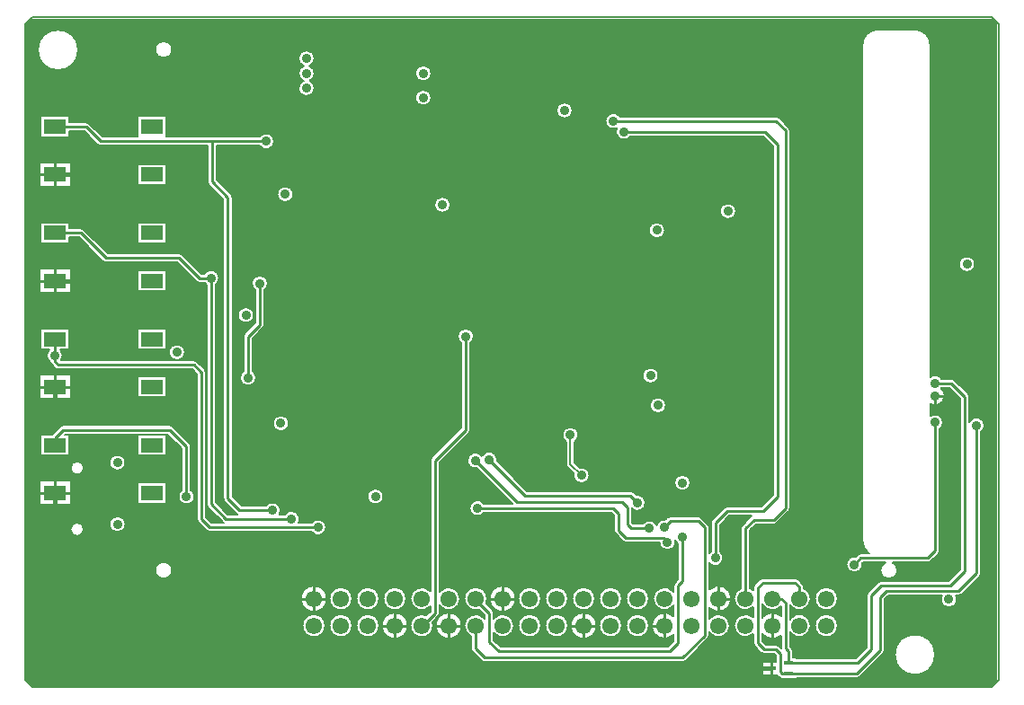
<source format=gbr>
G04 DesignSpark PCB PRO Gerber Version 10.0 Build 5299*
G04 #@! TF.Part,Single*
G04 #@! TF.FileFunction,Copper,L1,Top*
G04 #@! TF.FilePolarity,Positive*
%FSLAX35Y35*%
%MOIN*%
%ADD108C,0.00787*%
%ADD111C,0.00984*%
%ADD113C,0.01500*%
G04 #@! TA.AperFunction,ViaPad*
%ADD112C,0.03543*%
G04 #@! TA.AperFunction,ComponentPad*
%ADD114C,0.06102*%
G04 #@! TA.AperFunction,SMDPad,CuDef*
%ADD116R,0.03543X0.01575*%
%ADD115R,0.08268X0.05512*%
G04 #@! TD.AperFunction*
X0Y0D02*
D02*
D108*
X9687Y251993D02*
Y8637D01*
X12286Y6038D01*
X367847D01*
X370446Y8637D01*
Y251993D01*
X367847Y254593D01*
X12286D01*
X9687Y251993D01*
X14279Y242520D02*
G75*
G02*
X29240I7480J0D01*
G01*
G75*
G02*
X14279I-7480J0D01*
G01*
X14772Y82677D02*
X26583D01*
Y73622D01*
X14772D01*
Y82677D01*
X26398Y64606D02*
G75*
G02*
X31319I2461J0D01*
G01*
G75*
G02*
X26398I-2461J0D01*
G01*
X14772Y122047D02*
X26583D01*
Y112992D01*
X14772D01*
Y122047D01*
X71071Y79205D02*
G75*
G02*
X72350Y76772I-1673J-2433D01*
G01*
G75*
G02*
X66445I-2953J0D01*
G01*
G75*
G02*
X67724Y79205I2953J0D01*
G01*
Y94583D01*
X62406Y99902D01*
X24421D01*
X24323Y99803D01*
X25992D01*
Y91929D01*
X15362D01*
Y99803D01*
X19591D01*
X22543Y102756D01*
G75*
G02*
X23728Y103248I1185J-1181D01*
G01*
X63098D01*
G75*
G02*
X64283Y102756I0J-1673D01*
G01*
X70579Y96461D01*
G75*
G02*
X71071Y95276I-1181J-1185D01*
G01*
Y79205D01*
X26398Y87362D02*
G75*
G02*
X31319I2461J0D01*
G01*
G75*
G02*
X26398I-2461J0D01*
G01*
X40854Y66535D02*
G75*
G02*
X46760I2953J0D01*
G01*
G75*
G02*
X40854I-2953J0D01*
G01*
Y89370D02*
G75*
G02*
X46760I2953J0D01*
G01*
G75*
G02*
X40854I-2953J0D01*
G01*
X51189Y82087D02*
X61819D01*
Y74213D01*
X51189D01*
Y82087D01*
X57783Y49409D02*
G75*
G02*
X64082I3150J0D01*
G01*
G75*
G02*
X57783I-3150J0D01*
G01*
X51189Y99803D02*
X61819D01*
Y91929D01*
X51189D01*
Y99803D01*
X14772Y161417D02*
X26583D01*
Y152362D01*
X14772D01*
Y161417D01*
X115783Y67028D02*
G75*
G02*
X121169Y65355I2433J-1673D01*
G01*
G75*
G02*
X115783Y63681I-2953J0D01*
G01*
X78059D01*
G75*
G02*
X76874Y64174I0J1673D01*
G01*
X73728Y67319D01*
G75*
G02*
X73236Y68504I1181J1185D01*
G01*
Y122142D01*
X71461Y123917D01*
X21858D01*
G75*
G02*
X20673Y124409I0J1673D01*
G01*
X19496Y125587D01*
G75*
G02*
X19010Y126632I1181J1185D01*
G01*
G75*
G02*
X18571Y131299I1569J2502D01*
G01*
X15362D01*
Y139173D01*
X25992D01*
Y131299D01*
X22586D01*
G75*
G02*
X22864Y127264I-2007J-2165D01*
G01*
X72150D01*
G75*
G02*
X73337Y126774I3J-1673D01*
G01*
X76093Y124018D01*
G75*
G02*
X76583Y122835I-1183J-1183D01*
G01*
G75*
G02*
Y122834I-683J0D01*
G01*
G75*
G02*
Y122831I-793J-1D01*
G01*
Y69197D01*
X78752Y67028D01*
X83177D01*
G75*
G02*
X82779Y67323I788J1476D01*
G01*
X77272Y72831D01*
G75*
G02*
X76780Y74016I1181J1185D01*
G01*
Y126410D01*
G75*
G02*
Y126421I1578J6D01*
G01*
Y126421D01*
G75*
G02*
X76823Y126800I1673J0D01*
G01*
Y155441D01*
G75*
G02*
X76063Y156201I1674J2433D01*
G01*
X74165D01*
G75*
G02*
X72980Y156693I0J1673D01*
G01*
X65992Y163681D01*
X39476D01*
G75*
G02*
X38291Y164173I0J1673D01*
G01*
X29531Y172933D01*
X25992D01*
Y170669D01*
X15362D01*
Y178543D01*
X25992D01*
Y176280D01*
X30224D01*
G75*
G02*
X31409Y175787I0J-1673D01*
G01*
X40169Y167028D01*
X66685D01*
G75*
G02*
X67870Y166535I0J-1673D01*
G01*
X74858Y159547D01*
X76063D01*
G75*
G02*
X81449Y157874I2433J-1673D01*
G01*
G75*
G02*
X80169Y155441I-2953J0D01*
G01*
Y126476D01*
G75*
G02*
Y126465I-1578J-5D01*
G01*
Y126465D01*
G75*
G02*
X80126Y126086I-1673J0D01*
G01*
Y74709D01*
X84657Y70178D01*
X88294D01*
G75*
G02*
X87898Y70472I789J1476D01*
G01*
X83571Y74799D01*
G75*
G02*
X83079Y75984I1181J1185D01*
G01*
Y187102D01*
X77665Y192516D01*
G75*
G02*
X77173Y193701I1181J1185D01*
G01*
Y206988D01*
X37508D01*
G75*
G02*
X36323Y207480I0J1673D01*
G01*
X31500Y212303D01*
X25992D01*
Y210039D01*
X15362D01*
Y217913D01*
X25992D01*
Y215650D01*
X32193D01*
G75*
G02*
X33378Y215157I0J-1673D01*
G01*
X38201Y210335D01*
X51189D01*
Y217913D01*
X61819D01*
Y210335D01*
X96535D01*
G75*
G02*
X101921Y208661I2433J-1673D01*
G01*
G75*
G02*
X96535Y206988I-2953J0D01*
G01*
X80520D01*
Y194394D01*
X85933Y188980D01*
G75*
G02*
X86425Y187795I-1181J-1185D01*
G01*
Y76677D01*
X89776Y73327D01*
X98854Y73327D01*
G75*
G02*
X103844Y70178I2433J-1673D01*
G01*
X105941D01*
G75*
G02*
X110931Y67028I2433J-1673D01*
G01*
X115783D01*
X51189Y139173D02*
X61819D01*
Y131299D01*
X51189D01*
Y139173D01*
Y160827D02*
X61819D01*
Y152953D01*
X51189D01*
Y160827D01*
X62902Y130315D02*
G75*
G02*
X68807I2953J0D01*
G01*
G75*
G02*
X62902I-2953J0D01*
G01*
X51189Y178543D02*
X61819D01*
Y170669D01*
X51189D01*
Y178543D01*
Y200197D02*
X61819D01*
Y192323D01*
X51189D01*
Y200197D01*
X101441Y103937D02*
G75*
G02*
X107346I2953J0D01*
G01*
G75*
G02*
X101441I-2953J0D01*
G01*
X88492Y144094D02*
G75*
G02*
X94398I2953J0D01*
G01*
G75*
G02*
X88492I-2953J0D01*
G01*
X93610Y155906D02*
G75*
G02*
X99516I2953J0D01*
G01*
G75*
G02*
X98236Y153472I-2953J0D01*
G01*
Y140551D01*
G75*
G02*
X97744Y139366I-1673J0D01*
G01*
X93906Y135528D01*
Y123299D01*
G75*
G02*
X95185Y120866I-1673J-2433D01*
G01*
G75*
G02*
X89280I-2953J0D01*
G01*
G75*
G02*
X90559Y123299I2953J0D01*
G01*
Y136220D01*
G75*
G02*
X91051Y137406I1673J0D01*
G01*
X94890Y141244D01*
Y153472D01*
G75*
G02*
X93610Y155906I1673J2433D01*
G01*
X111795Y38859D02*
G75*
G02*
X121441I4823J0D01*
G01*
G75*
G02*
X111795I-4823J0D01*
G01*
X112385Y28859D02*
G75*
G02*
X120850I4232J0D01*
G01*
G75*
G02*
X112385I-4232J0D01*
G01*
X51189Y121457D02*
X61819D01*
Y113583D01*
X51189D01*
Y121457D01*
X14772Y200787D02*
X26583D01*
Y191732D01*
X14772D01*
Y200787D01*
X57783Y242717D02*
G75*
G02*
X64083I3150J0D01*
G01*
G75*
G02*
X57783I-3150J0D01*
G01*
X103059Y188976D02*
G75*
G02*
X108965I2953J0D01*
G01*
G75*
G02*
X103059I-2953J0D01*
G01*
X110933Y239370D02*
G75*
G02*
X116838I2953J0D01*
G01*
G75*
G02*
X114946Y236615I-2953J0D01*
G01*
G75*
G02*
Y231103I-1060J-2756D01*
G01*
G75*
G02*
X116838Y228347I-1060J-2756D01*
G01*
G75*
G02*
X110933I-2953J0D01*
G01*
G75*
G02*
X112825Y231103I2953J0D01*
G01*
G75*
G02*
Y236615I1060J2756D01*
G01*
G75*
G02*
X110933Y239370I1060J2756D01*
G01*
X122385Y28859D02*
G75*
G02*
X130850I4232J0D01*
G01*
G75*
G02*
X122385I-4232J0D01*
G01*
Y38859D02*
G75*
G02*
X130850I4232J0D01*
G01*
G75*
G02*
X122385I-4232J0D01*
G01*
X132385Y28859D02*
G75*
G02*
X140850I4232J0D01*
G01*
G75*
G02*
X132385I-4232J0D01*
G01*
Y38859D02*
G75*
G02*
X140850I4232J0D01*
G01*
G75*
G02*
X132385I-4232J0D01*
G01*
X136523Y76772D02*
G75*
G02*
X142429I2953J0D01*
G01*
G75*
G02*
X136523I-2953J0D01*
G01*
X141795Y28859D02*
G75*
G02*
X151441I4823J0D01*
G01*
G75*
G02*
X141795I-4823J0D01*
G01*
X142385Y38859D02*
G75*
G02*
X150850I4232J0D01*
G01*
G75*
G02*
X142385I-4232J0D01*
G01*
X169988Y136221D02*
G75*
G02*
X175893I2953J0D01*
G01*
G75*
G02*
X174614Y133788I-2953J0D01*
G01*
Y101575D01*
G75*
G02*
X174122Y100390I-1673J0D01*
G01*
X163196Y89465D01*
Y41350D01*
G75*
G02*
X170850Y38859I3421J-2491D01*
G01*
G75*
G02*
X163196Y36367I-4232J0D01*
G01*
Y33465D01*
G75*
G02*
X162704Y32280I-1673J0D01*
G01*
X160630Y30206D01*
G75*
G02*
X160850Y28859I-4013J-1347D01*
G01*
G75*
G02*
X152385I-4232J0D01*
G01*
G75*
G02*
X158393Y32701I4232J0D01*
G01*
X159850Y34158D01*
Y36126D01*
G75*
G02*
X152385Y38859I-3232J2732D01*
G01*
G75*
G02*
X159850Y41591I4232J0D01*
G01*
Y90158D01*
G75*
G02*
X160342Y91343I1673J0D01*
G01*
X171267Y102268D01*
Y133788D01*
G75*
G02*
X169988Y136221I1673J2433D01*
G01*
X359654Y104437D02*
G75*
G02*
X365264Y103150I2657J-1287D01*
G01*
G75*
G02*
X363984Y100717I-2953J0D01*
G01*
Y48426D01*
G75*
G02*
X363492Y47241I-1673J0D01*
G01*
X356803Y40552D01*
G75*
G02*
X355618Y40059I-1185J1181D01*
G01*
X354632D01*
G75*
G02*
X355028Y38583I-2557J-1476D01*
G01*
G75*
G02*
X349122I-2953J0D01*
G01*
G75*
G02*
X349518Y40059I2953J0D01*
G01*
X329539D01*
X328157Y38678D01*
Y19685D01*
G75*
G02*
X327665Y18500I-1673J0D01*
G01*
X319007Y9843D01*
G75*
G02*
X317822Y9351I-1185J1181D01*
G01*
X295579D01*
Y9055D01*
X289673D01*
Y9458D01*
G75*
G02*
X289078Y9843I591J1566D01*
G01*
X288488Y10433D01*
X282783D01*
Y15551D01*
X287803D01*
Y17811D01*
X287208Y18406D01*
X283570D01*
G75*
G02*
X282385Y18898I0J1673D01*
G01*
X280027Y21256D01*
G75*
G02*
X279535Y22441I1181J1185D01*
G01*
Y25793D01*
G75*
G02*
X272385Y28859I-2917J3066D01*
G01*
G75*
G02*
X279535Y31925I4232J0D01*
G01*
Y35793D01*
G75*
G02*
X272385Y38859I-2917J3066D01*
G01*
G75*
G02*
X274944Y42746I4232J0D01*
G01*
Y64961D01*
G75*
G02*
X275437Y66146I1673J0D01*
G01*
X278582Y69292D01*
G75*
G02*
X278980Y69587I1185J-1181D01*
G01*
X270484D01*
X267133Y66237D01*
Y56370D01*
G75*
G02*
X268413Y53937I-1673J-2433D01*
G01*
G75*
G02*
X263196Y52042I-2953J0D01*
G01*
Y42258D01*
G75*
G02*
X271441Y38859I3421J-3399D01*
G01*
G75*
G02*
X263196Y35459I-4823J0D01*
G01*
Y31350D01*
G75*
G02*
X270850Y28859I3421J-2491D01*
G01*
G75*
G02*
X263196Y26367I-4232J0D01*
G01*
Y25197D01*
G75*
G02*
X262704Y24012I-1673J0D01*
G01*
X254441Y15748D01*
G75*
G02*
X253256Y15256I-1185J1181D01*
G01*
X180027D01*
G75*
G02*
X178842Y15748I0J1673D01*
G01*
X175303Y19288D01*
G75*
G02*
X174811Y20473I1181J1185D01*
G01*
Y25031D01*
G75*
G02*
X172385Y28859I1807J3827D01*
G01*
G75*
G02*
X179929Y31495I4232J0D01*
G01*
Y32788D01*
X177893Y34823D01*
G75*
G02*
X172385Y38859I-1276J4035D01*
G01*
G75*
G02*
X180850I4232J0D01*
G01*
G75*
G02*
X180430Y37019I-4233J0D01*
G01*
X182783Y34666D01*
G75*
G02*
X183275Y33481I-1181J-1185D01*
G01*
Y31455D01*
G75*
G02*
X190850Y28859I3343J-2596D01*
G01*
G75*
G02*
X183275Y26263I-4232J0D01*
G01*
Y23528D01*
X185838Y20965D01*
X247838D01*
X250007Y23134D01*
Y25428D01*
G75*
G02*
X241795Y28859I-3390J3431D01*
G01*
G75*
G02*
X250007Y32289I4823J0D01*
G01*
Y36324D01*
G75*
G02*
X242385Y38859I-3390J2534D01*
G01*
G75*
G02*
X250007Y41393I4232J0D01*
G01*
Y43701D01*
G75*
G02*
X250500Y44886I1673J0D01*
G01*
X251583Y45969D01*
Y59378D01*
G75*
G02*
X250632Y60458I1674J2433D01*
G01*
G75*
G02*
X250696Y59843I-2889J-614D01*
G01*
G75*
G02*
X244793Y59744I-2953J0D01*
G01*
X232393D01*
G75*
G02*
X231206Y60235I-3J1673D01*
G01*
X228450Y62991D01*
G75*
G02*
X227960Y64174I1183J1183D01*
G01*
G75*
G02*
Y64177I793J2D01*
G01*
Y69780D01*
X226972Y70768D01*
X179704D01*
G75*
G02*
X174319Y72441I-2433J1673D01*
G01*
G75*
G02*
X179704Y74115I2953J0D01*
G01*
X190161D01*
X177021Y87254D01*
G75*
G02*
X173531Y90158I-537J2904D01*
G01*
G75*
G02*
X178931Y91810I2953J0D01*
G01*
G75*
G02*
X184555Y90551I2671J-1259D01*
G01*
G75*
G02*
X184506Y90014I-2954J0D01*
G01*
X195681Y78839D01*
X233961D01*
G75*
G02*
X235147Y78348I3J-1673D01*
G01*
X236168Y77328D01*
G75*
G02*
X239570Y74410I450J-2918D01*
G01*
G75*
G02*
X234456Y72398I-2953J0D01*
G01*
Y67229D01*
X235051Y66634D01*
X238618D01*
G75*
G02*
X243733Y66196I2433J-1673D01*
G01*
G75*
G02*
X247100Y68258I2830J-842D01*
G01*
X247740Y68898D01*
G75*
G02*
X248925Y69390I1185J-1181D01*
G01*
X259161D01*
G75*
G02*
X260346Y68898I0J-1673D01*
G01*
X262704Y66540D01*
G75*
G02*
X263196Y65355I-1181J-1185D01*
G01*
Y55833D01*
G75*
G02*
X263787Y56370I2265J-1896D01*
G01*
Y66930D01*
G75*
G02*
X264279Y68115I1673J0D01*
G01*
X268606Y72441D01*
G75*
G02*
X269791Y72933I1185J-1181D01*
G01*
X282484D01*
X287015Y77465D01*
Y206788D01*
X283272Y210531D01*
X234035D01*
G75*
G02*
X228937Y213477I-2433J1673D01*
G01*
G75*
G02*
X224712Y216142I-1272J2665D01*
G01*
G75*
G02*
X230098Y217815I2953J0D01*
G01*
X287902D01*
G75*
G02*
X289087Y217323I0J-1673D01*
G01*
X292626Y213784D01*
G75*
G02*
X293118Y212599I-1181J-1185D01*
G01*
Y72441D01*
G75*
G02*
X292626Y71256I-1673J0D01*
G01*
X288299Y66930D01*
G75*
G02*
X287114Y66437I-1185J1181D01*
G01*
X280460D01*
X278291Y64268D01*
Y42746D01*
G75*
G02*
X279535Y41925I-1673J-3887D01*
G01*
Y42914D01*
G75*
G02*
X280027Y44099I1673J0D01*
G01*
X281992Y46063D01*
G75*
G02*
X283177Y46556I1185J-1181D01*
G01*
X294984D01*
G75*
G02*
X296171Y46065I3J-1673D01*
G01*
X297746Y44491D01*
G75*
G02*
X298236Y43307I-1183J-1183D01*
G01*
G75*
G02*
Y43304I-793J-2D01*
G01*
Y42769D01*
G75*
G02*
X300850Y38859I-1618J-3911D01*
G01*
G75*
G02*
X293118Y36479I-4232J0D01*
G01*
Y31238D01*
G75*
G02*
X300850Y28859I3500J-2380D01*
G01*
G75*
G02*
X293118Y26479I-4232J0D01*
G01*
Y21166D01*
X293807Y20477D01*
G75*
G02*
X294299Y19292I-1181J-1185D01*
G01*
Y16929D01*
X295579D01*
Y16634D01*
X317523D01*
X321661Y20772D01*
Y40158D01*
G75*
G02*
X322153Y41343I1673J0D01*
G01*
X325693Y44882D01*
G75*
G02*
X326878Y45374I1185J-1181D01*
G01*
X351776D01*
X356307Y49906D01*
Y113087D01*
X352169Y117224D01*
X349390D01*
G75*
G02*
X349169Y116941I-2434J1674D01*
G01*
G75*
G02*
X345120Y111143I-2212J-2768D01*
G01*
Y106643D01*
G75*
G02*
X349909Y104331I1837J-2312D01*
G01*
G75*
G02*
X348630Y101898I-2953J0D01*
G01*
Y56696D01*
G75*
G02*
Y56694I-793J-1D01*
G01*
G75*
G02*
Y56693I-683J0D01*
G01*
G75*
G02*
X348140Y55510I-1673J0D01*
G01*
X345384Y52754D01*
G75*
G02*
X344197Y52264I-1183J1183D01*
G01*
X331162D01*
G75*
G02*
X332980Y49409I-1331J-2854D01*
G01*
G75*
G02*
X326681I-3150J0D01*
G01*
G75*
G02*
X328499Y52264I3150J0D01*
G01*
X320091D01*
X319939Y52112D01*
G75*
G02*
X319988Y51575I-2903J-537D01*
G01*
G75*
G02*
X314082I-2953J0D01*
G01*
G75*
G02*
X317573Y54479I2953J0D01*
G01*
X318215Y55120D01*
G75*
G02*
X319399Y55610I1183J-1183D01*
G01*
X322464D01*
G75*
G02*
X320053Y60236I3233J4626D01*
G01*
Y244488D01*
G75*
G02*
X325697Y250132I5644J0D01*
G01*
X339476D01*
G75*
G02*
X345120Y244488I0J-5644D01*
G01*
Y121210D01*
G75*
G02*
X349390Y120571I1837J-2312D01*
G01*
X352862D01*
G75*
G02*
X354047Y120079I0J-1673D01*
G01*
X359161Y114965D01*
G75*
G02*
X359654Y113780I-1181J-1185D01*
G01*
Y104437D01*
X232385Y28859D02*
G75*
G02*
X240850I4232J0D01*
G01*
G75*
G02*
X232385I-4232J0D01*
G01*
Y38859D02*
G75*
G02*
X240850I4232J0D01*
G01*
G75*
G02*
X232385I-4232J0D01*
G01*
X181795D02*
G75*
G02*
X191441I4823J0D01*
G01*
G75*
G02*
X181795I-4823J0D01*
G01*
X192385Y28859D02*
G75*
G02*
X200850I4232J0D01*
G01*
G75*
G02*
X192385I-4232J0D01*
G01*
Y38859D02*
G75*
G02*
X200850I4232J0D01*
G01*
G75*
G02*
X192385I-4232J0D01*
G01*
X202385Y28859D02*
G75*
G02*
X210850I4232J0D01*
G01*
G75*
G02*
X202385I-4232J0D01*
G01*
Y38859D02*
G75*
G02*
X210850I4232J0D01*
G01*
G75*
G02*
X202385I-4232J0D01*
G01*
X211795Y28859D02*
G75*
G02*
X221441I4823J0D01*
G01*
G75*
G02*
X211795I-4823J0D01*
G01*
X212385Y38859D02*
G75*
G02*
X220850I4232J0D01*
G01*
G75*
G02*
X212385I-4232J0D01*
G01*
X222385Y28859D02*
G75*
G02*
X230850I4232J0D01*
G01*
G75*
G02*
X222385I-4232J0D01*
G01*
Y38859D02*
G75*
G02*
X230850I4232J0D01*
G01*
G75*
G02*
X222385I-4232J0D01*
G01*
X238492Y121654D02*
G75*
G02*
X244398I2953J0D01*
G01*
G75*
G02*
X238492I-2953J0D01*
G01*
X241248Y110630D02*
G75*
G02*
X247154I2953J0D01*
G01*
G75*
G02*
X241248I-2953J0D01*
G01*
X240854Y175591D02*
G75*
G02*
X246760I2953J0D01*
G01*
G75*
G02*
X240854I-2953J0D01*
G01*
X250303Y81890D02*
G75*
G02*
X256209I2953J0D01*
G01*
G75*
G02*
X250303I-2953J0D01*
G01*
X267232Y182678D02*
G75*
G02*
X273138I2953J0D01*
G01*
G75*
G02*
X267232I-2953J0D01*
G01*
X331996Y18110D02*
G75*
G02*
X346957I7480J0D01*
G01*
G75*
G02*
X331996I-7480J0D01*
G01*
X161795Y28859D02*
G75*
G02*
X171441I4823J0D01*
G01*
G75*
G02*
X161795I-4823J0D01*
G01*
X154240Y224803D02*
G75*
G02*
X160146I2953J0D01*
G01*
G75*
G02*
X154240I-2953J0D01*
G01*
Y233858D02*
G75*
G02*
X160146I2953J0D01*
G01*
G75*
G02*
X154240I-2953J0D01*
G01*
X161327Y185039D02*
G75*
G02*
X167232I2953J0D01*
G01*
G75*
G02*
X161327I-2953J0D01*
G01*
X206602Y220079D02*
G75*
G02*
X212508I2953J0D01*
G01*
G75*
G02*
X206602I-2953J0D01*
G01*
X215201Y87526D02*
G75*
G02*
X218807Y84646I653J-2880D01*
G01*
G75*
G02*
X212901I-2953J0D01*
G01*
G75*
G02*
X212974Y85299I2953J1D01*
G01*
X210607Y87666D01*
G75*
G02*
X210146Y88780I1113J1114D01*
G01*
Y97109D01*
G75*
G02*
X208768Y99607I1575J2498D01*
G01*
G75*
G02*
X214673I2953J0D01*
G01*
G75*
G02*
X213295Y97109I-2953J0D01*
G01*
Y89432D01*
X215201Y87526D01*
X302385Y28859D02*
G75*
G02*
X310850I4232J0D01*
G01*
G75*
G02*
X302385I-4232J0D01*
G01*
Y38859D02*
G75*
G02*
X310850I4232J0D01*
G01*
G75*
G02*
X302385I-4232J0D01*
G01*
X355815Y162992D02*
G75*
G02*
X361720I2953J0D01*
G01*
G75*
G02*
X355815I-2953J0D01*
G01*
X10080Y18110D02*
G36*
X10080Y18110D02*
Y8244D01*
X11893Y6431D01*
X368241D01*
X370053Y8244D01*
Y18110D01*
X346957D01*
G75*
G02*
X331996I-7480J0D01*
G01*
X327275D01*
X319007Y9843D01*
G75*
G02*
X317822Y9351I-1185J1180D01*
G01*
X295579D01*
Y9055D01*
X289673D01*
Y9458D01*
G75*
G02*
X289078Y9843I593J1569D01*
G01*
X288488Y10433D01*
X282783D01*
Y15551D01*
X287803D01*
Y17811D01*
X287504Y18110D01*
X256802D01*
X254441Y15748D01*
G75*
G02*
X253256Y15256I-1185J1180D01*
G01*
X180027D01*
G75*
G02*
X178842Y15748I0J1672D01*
G01*
X176480Y18110D01*
X10080D01*
G37*
X294299D02*
G36*
X294299Y18110D02*
Y16929D01*
X295579D01*
Y16634D01*
X317523D01*
X318999Y18110D01*
X294299D01*
G37*
X10080Y28859D02*
G36*
X10080Y28859D02*
Y18110D01*
X176480D01*
X175303Y19288D01*
G75*
G02*
X174811Y20473I1181J1185D01*
G01*
Y25031D01*
G75*
G02*
X172385Y28859I1808J3828D01*
G01*
X171441D01*
G75*
G02*
X161795I-4823J0D01*
G01*
X160850D01*
G75*
G02*
X152385I-4232J0D01*
G01*
X151441D01*
G75*
G02*
X141795I-4823J0D01*
G01*
X140850D01*
G75*
G02*
X132385I-4232J0D01*
G01*
X130850D01*
G75*
G02*
X122385I-4232J0D01*
G01*
X120850D01*
G75*
G02*
X112385I-4232J0D01*
G01*
X10080D01*
G37*
X183275Y26263D02*
G36*
X183275Y26263D02*
Y23528D01*
X185838Y20965D01*
X247838D01*
X250007Y23134D01*
Y25428D01*
G75*
G02*
X241795Y28859I-3390J3431D01*
G01*
X240850D01*
G75*
G02*
X232385I-4232J0D01*
G01*
X230850D01*
G75*
G02*
X222385I-4232J0D01*
G01*
X221441D01*
G75*
G02*
X211795I-4823J0D01*
G01*
X210850D01*
G75*
G02*
X202385I-4232J0D01*
G01*
X200850D01*
G75*
G02*
X192385I-4232J0D01*
G01*
X190850D01*
G75*
G02*
X183275Y26263I-4232J0D01*
G01*
G37*
X262704Y24012D02*
G36*
X262704Y24012D02*
X256802Y18110D01*
X287504D01*
X287208Y18406D01*
X283570D01*
G75*
G02*
X282385Y18898I0J1672D01*
G01*
X280027Y21256D01*
G75*
G02*
X279535Y22441I1181J1185D01*
G01*
Y25793D01*
G75*
G02*
X272385Y28859I-2917J3066D01*
G01*
X270850D01*
G75*
G02*
X263196Y26367I-4232J0D01*
G01*
Y25197D01*
G75*
G02*
X262704Y24012I-1673J0D01*
G01*
G37*
X293118Y26479D02*
G36*
X293118Y26479D02*
Y21166D01*
X293807Y20477D01*
G75*
G02*
X294299Y19292I-1181J-1185D01*
G01*
Y18110D01*
X318999D01*
X321661Y20772D01*
Y28859D01*
X310850D01*
G75*
G02*
X302385I-4232J0D01*
G01*
X300850D01*
G75*
G02*
X293118Y26479I-4232J0D01*
G01*
G37*
X327665Y18500D02*
G36*
X327665Y18500D02*
X327275Y18110D01*
X331996D01*
G75*
G02*
X346957I7480J0D01*
G01*
X370053D01*
Y28859D01*
X328157D01*
Y19685D01*
G75*
G02*
X327665Y18500I-1673J0D01*
G01*
G37*
X10080Y38859D02*
G36*
X10080Y38859D02*
Y28859D01*
X112385D01*
G75*
G02*
X120850I4232J0D01*
G01*
X122385D01*
G75*
G02*
X130850I4232J0D01*
G01*
X132385D01*
G75*
G02*
X140850I4232J0D01*
G01*
X141795D01*
G75*
G02*
X151441I4823J0D01*
G01*
X152385D01*
G75*
G02*
X158393Y32701I4232J0D01*
G01*
X159850Y34158D01*
Y36126D01*
G75*
G02*
X152385Y38859I-3232J2732D01*
G01*
X150850D01*
G75*
G02*
X142385I-4232J0D01*
G01*
X140850D01*
G75*
G02*
X132385I-4232J0D01*
G01*
X130850D01*
G75*
G02*
X122385I-4232J0D01*
G01*
X121441D01*
G75*
G02*
X111795I-4823J0D01*
G01*
X10080D01*
G37*
X160630Y30206D02*
G36*
X160630Y30206D02*
G75*
G02*
X160850Y28859I-4022J-1348D01*
G01*
X161795D01*
G75*
G02*
X171441I4823J0D01*
G01*
X172385D01*
G75*
G02*
X179929Y31495I4232J0D01*
G01*
Y32788D01*
X177893Y34823D01*
G75*
G02*
X172385Y38859I-1275J4036D01*
G01*
X170850D01*
G75*
G02*
X163196Y36367I-4232J0D01*
G01*
Y33465D01*
G75*
G02*
X162704Y32280I-1673J0D01*
G01*
X160630Y30206D01*
G37*
X180850Y38857D02*
G36*
X180850Y38857D02*
G75*
G02*
X180430Y37019I-4228J0D01*
G01*
X182783Y34666D01*
G75*
G02*
X183275Y33481I-1181J-1185D01*
G01*
Y31455D01*
G75*
G02*
X190850Y28859I3343J-2596D01*
G01*
X192385D01*
G75*
G02*
X200850I4232J0D01*
G01*
X202385D01*
G75*
G02*
X210850I4232J0D01*
G01*
X211795D01*
G75*
G02*
X221441I4823J0D01*
G01*
X222385D01*
G75*
G02*
X230850I4232J0D01*
G01*
X232385D01*
G75*
G02*
X240850I4232J0D01*
G01*
X241795D01*
G75*
G02*
X250007Y32289I4823J0D01*
G01*
Y36324D01*
G75*
G02*
X242385Y38859I-3390J2534D01*
G01*
X240850D01*
G75*
G02*
X232385I-4232J0D01*
G01*
X230850D01*
G75*
G02*
X222385I-4232J0D01*
G01*
X220850D01*
G75*
G02*
X212385I-4232J0D01*
G01*
X210850D01*
G75*
G02*
X202385I-4232J0D01*
G01*
X200850D01*
G75*
G02*
X192385I-4232J0D01*
G01*
X191441D01*
G75*
G02*
X181795I-4823J0D01*
G01*
X180850D01*
G75*
G02*
Y38857I-4511J0D01*
G01*
G37*
X263196Y35459D02*
G36*
X263196Y35459D02*
Y31350D01*
G75*
G02*
X270850Y28859I3421J-2491D01*
G01*
X272385D01*
G75*
G02*
X279535Y31925I4232J0D01*
G01*
Y35793D01*
G75*
G02*
X272385Y38859I-2917J3066D01*
G01*
X271441D01*
G75*
G02*
X263196Y35459I-4823J0D01*
G01*
G37*
X293118Y36479D02*
G36*
X293118Y36479D02*
Y31238D01*
G75*
G02*
X300850Y28859I3500J-2380D01*
G01*
X302385D01*
G75*
G02*
X310850I4232J0D01*
G01*
X321661D01*
Y38859D01*
X310850D01*
G75*
G02*
X302385I-4232J0D01*
G01*
X300850D01*
G75*
G02*
X293118Y36479I-4232J0D01*
G01*
G37*
X328157Y38678D02*
G36*
X328157Y38678D02*
Y28859D01*
X370053D01*
Y38859D01*
X355015D01*
G75*
G02*
X355028Y38583I-2944J-277D01*
G01*
G75*
G02*
X349122I-2953J0D01*
G01*
G75*
G02*
X349135Y38859I2957J-1D01*
G01*
X328338D01*
X328157Y38678D01*
G37*
X10080Y49409D02*
G36*
X10080Y49409D02*
Y38859D01*
X111795D01*
G75*
G02*
X121441I4823J0D01*
G01*
X122385D01*
G75*
G02*
X130850I4232J0D01*
G01*
X132385D01*
G75*
G02*
X140850I4232J0D01*
G01*
X142385D01*
G75*
G02*
X150850I4232J0D01*
G01*
X152385D01*
G75*
G02*
X159850Y41591I4232J0D01*
G01*
Y49409D01*
X64082D01*
G75*
G02*
X57783I-3150J0D01*
G01*
X10080D01*
G37*
X163196D02*
G36*
X163196Y49409D02*
Y41350D01*
G75*
G02*
X170850Y38859I3421J-2491D01*
G01*
X172385D01*
G75*
G02*
X180850I4232J0D01*
G01*
X181795D01*
G75*
G02*
X191441I4823J0D01*
G01*
X192385D01*
G75*
G02*
X200850I4232J0D01*
G01*
X202385D01*
G75*
G02*
X210850I4232J0D01*
G01*
X212385D01*
G75*
G02*
X220850I4232J0D01*
G01*
X222385D01*
G75*
G02*
X230850I4232J0D01*
G01*
X232385D01*
G75*
G02*
X240850I4232J0D01*
G01*
X242385D01*
G75*
G02*
X250007Y41393I4232J0D01*
G01*
Y43701D01*
G75*
G02*
X250500Y44886I1673J0D01*
G01*
X251583Y45969D01*
Y49409D01*
X163196D01*
G37*
X263196D02*
G36*
X263196Y49409D02*
Y42258D01*
G75*
G02*
X271441Y38859I3421J-3399D01*
G01*
X272385D01*
G75*
G02*
X274944Y42746I4232J0D01*
G01*
Y49409D01*
X263196D01*
G37*
X278291D02*
G36*
X278291Y49409D02*
Y42746D01*
G75*
G02*
X279535Y41925I-1680J-3898D01*
G01*
Y42914D01*
G75*
G02*
X280027Y44099I1673J0D01*
G01*
X281992Y46063D01*
G75*
G02*
X283177Y46556I1185J-1180D01*
G01*
X294984D01*
G75*
G02*
X296171Y46065I3J-1674D01*
G01*
X297746Y44491D01*
G75*
G02*
X298236Y43307I-1185J-1184D01*
G01*
Y43307D01*
Y43304D01*
Y42769D01*
G75*
G02*
X300850Y38859I-1618J-3911D01*
G01*
X302385D01*
G75*
G02*
X310850I4232J0D01*
G01*
X321661D01*
Y40158D01*
G75*
G02*
X322153Y41343I1673J0D01*
G01*
X325693Y44882D01*
G75*
G02*
X326878Y45374I1185J-1180D01*
G01*
X351776D01*
X355811Y49409D01*
X332980D01*
G75*
G02*
X326681I-3150J0D01*
G01*
X319042D01*
G75*
G02*
X315028I-2007J2166D01*
G01*
X278291D01*
G37*
X329539Y40059D02*
G36*
X329539Y40059D02*
X328338Y38859D01*
X349135D01*
G75*
G02*
X349518Y40059I2944J-277D01*
G01*
X329539D01*
G37*
X354632D02*
G36*
X354632Y40059D02*
G75*
G02*
X355015Y38859I-2561J-1478D01*
G01*
X370053D01*
Y49409D01*
X363984D01*
Y48426D01*
G75*
G02*
X363492Y47241I-1673J0D01*
G01*
X356803Y40552D01*
G75*
G02*
X355618Y40059I-1185J1180D01*
G01*
X354632D01*
G37*
X10080Y64606D02*
G36*
X10080Y64606D02*
Y49409D01*
X57783D01*
G75*
G02*
X64082I3150J0D01*
G01*
X159850D01*
Y64606D01*
X121072D01*
G75*
G02*
X115783Y63681I-2856J749D01*
G01*
X78059D01*
G75*
G02*
X76874Y64174I0J1672D01*
G01*
X76441Y64606D01*
X46043D01*
G75*
G02*
X41572I-2235J1929D01*
G01*
X31319D01*
G75*
G02*
X26398I-2461J0D01*
G01*
X10080D01*
G37*
X163196D02*
G36*
X163196Y64606D02*
Y49409D01*
X251583D01*
Y59378D01*
G75*
G02*
X250632Y60458I1676J2435D01*
G01*
G75*
G02*
X250696Y59844I-2890J-614D01*
G01*
G75*
G02*
Y59843I-4101J0D01*
G01*
G75*
G02*
X244793Y59744I-2953J0D01*
G01*
X232393D01*
G75*
G02*
X231206Y60235I-3J1674D01*
G01*
X228450Y62991D01*
G75*
G02*
X227960Y64174I1185J1184D01*
G01*
Y64174D01*
Y64177D01*
Y64606D01*
X163196D01*
G37*
X263196Y52042D02*
G36*
X263196Y52042D02*
Y49409D01*
X274944D01*
Y64606D01*
X267133D01*
Y56370D01*
G75*
G02*
X268413Y53937I-1674J-2433D01*
G01*
G75*
G02*
X263196Y52042I-2953J0D01*
G01*
G37*
Y64606D02*
G36*
X263196Y64606D02*
Y55833D01*
G75*
G02*
X263787Y56370I2281J-1913D01*
G01*
Y64606D01*
X263196D01*
G37*
X278291Y64268D02*
G36*
X278291Y64268D02*
Y49409D01*
X315028D01*
G75*
G02*
X314082Y51575I2007J2166D01*
G01*
G75*
G02*
X317573Y54479I2953J0D01*
G01*
X318215Y55120D01*
G75*
G02*
X319399Y55610I1182J-1182D01*
G01*
X322464D01*
G75*
G02*
X320053Y60236I3233J4626D01*
G01*
Y64606D01*
X278629D01*
X278291Y64268D01*
G37*
X319988Y51575D02*
G36*
X319988Y51575D02*
G75*
G02*
X319042Y49409I-2953J0D01*
G01*
X326681D01*
G75*
G02*
X328499Y52264I3150J0D01*
G01*
X320091D01*
X319939Y52112D01*
G75*
G02*
X319988Y51578I-2875J-534D01*
G01*
G75*
G02*
Y51575I-2942J-1D01*
G01*
G37*
X331162Y52264D02*
G36*
X331162Y52264D02*
G75*
G02*
X332980Y49409I-1332J-2855D01*
G01*
X355811D01*
X356307Y49906D01*
Y64606D01*
X348630D01*
Y56696D01*
Y56694D01*
Y56693D01*
G75*
G02*
X348140Y55510I-1676J1D01*
G01*
X345384Y52754D01*
G75*
G02*
X344197Y52264I-1183J1184D01*
G01*
X331162D01*
G37*
X363984Y64606D02*
G36*
X363984Y64606D02*
Y49409D01*
X370053D01*
Y64606D01*
X363984D01*
G37*
X10080Y78150D02*
G36*
X10080Y78150D02*
Y64606D01*
X26398D01*
G75*
G02*
X31319I2461J0D01*
G01*
X41572D01*
G75*
G02*
X40854Y66535I2235J1929D01*
G01*
G75*
G02*
X46760I2953J0D01*
G01*
G75*
G02*
X46043Y64606I-2953J0D01*
G01*
X76441D01*
X73728Y67319D01*
G75*
G02*
X73236Y68504I1181J1185D01*
G01*
Y78150D01*
X72009D01*
G75*
G02*
X72350Y76772I-2612J-1378D01*
G01*
G75*
G02*
X66445I-2953J0D01*
G01*
G75*
G02*
X66786Y78150I2954J0D01*
G01*
X61819D01*
Y74213D01*
X51189D01*
Y78150D01*
X26583D01*
Y73622D01*
X14772D01*
Y78150D01*
X10080D01*
G37*
X76583D02*
G36*
X76583Y78150D02*
Y69197D01*
X78752Y67028D01*
X83177D01*
G75*
G02*
X82779Y67323I780J1465D01*
G01*
X77272Y72831D01*
G75*
G02*
X76780Y74016I1181J1185D01*
G01*
Y78150D01*
X76583D01*
G37*
X80126D02*
G36*
X80126Y78150D02*
Y74709D01*
X84657Y70178D01*
X88294D01*
G75*
G02*
X87898Y70472I785J1471D01*
G01*
X83571Y74799D01*
G75*
G02*
X83079Y75984I1181J1185D01*
G01*
Y78150D01*
X80126D01*
G37*
X86425D02*
G36*
X86425Y78150D02*
Y76677D01*
X89776Y73327D01*
X98854Y73327D01*
G75*
G02*
X104240Y71654I2433J-1673D01*
G01*
G75*
G02*
X103844Y70178I-2953J0D01*
G01*
X105941D01*
G75*
G02*
X111326Y68505I2433J-1673D01*
G01*
G75*
G02*
X110931Y67028I-2953J0D01*
G01*
X115783D01*
G75*
G02*
X121169Y65355I2433J-1674D01*
G01*
G75*
G02*
X121072Y64606I-2953J0D01*
G01*
X159850D01*
Y78150D01*
X142087D01*
G75*
G02*
X142429Y76772I-2611J-1378D01*
G01*
G75*
G02*
X136523I-2953J0D01*
G01*
G75*
G02*
X136865Y78150I2953J0D01*
G01*
X86425D01*
G37*
X163196D02*
G36*
X163196Y78150D02*
Y64606D01*
X227960D01*
Y69780D01*
X226972Y70768D01*
X179704D01*
G75*
G02*
X174319Y72441I-2433J1674D01*
G01*
G75*
G02*
X179704Y74115I2953J0D01*
G01*
X190161D01*
X186126Y78150D01*
X163196D01*
G37*
X234456Y72398D02*
G36*
X234456Y72398D02*
Y67229D01*
X235051Y66634D01*
X238618D01*
G75*
G02*
X243733Y66196I2433J-1673D01*
G01*
G75*
G02*
X247100Y68258I2830J-842D01*
G01*
X247740Y68898D01*
G75*
G02*
X248925Y69390I1185J-1180D01*
G01*
X259161D01*
G75*
G02*
X260346Y68898I0J-1672D01*
G01*
X262704Y66540D01*
G75*
G02*
X263196Y65355I-1181J-1185D01*
G01*
Y64606D01*
X263787D01*
Y66930D01*
G75*
G02*
X264279Y68115I1673J0D01*
G01*
X268606Y72441D01*
G75*
G02*
X269791Y72933I1185J-1180D01*
G01*
X282484D01*
X287015Y77465D01*
Y78150D01*
X235346D01*
X236168Y77328D01*
G75*
G02*
X239570Y74410I450J-2919D01*
G01*
Y74409D01*
G75*
G02*
X234456Y72398I-2953J0D01*
G01*
G37*
X267133Y66237D02*
G36*
X267133Y66237D02*
Y64606D01*
X274944D01*
Y64961D01*
G75*
G02*
X275437Y66146I1673J0D01*
G01*
X278582Y69292D01*
G75*
G02*
X278980Y69587I1177J-1170D01*
G01*
X270484D01*
X267133Y66237D01*
G37*
X280460Y66437D02*
G36*
X280460Y66437D02*
X278629Y64606D01*
X320053D01*
Y78150D01*
X293118D01*
Y72441D01*
G75*
G02*
X292626Y71256I-1673J0D01*
G01*
X288299Y66930D01*
G75*
G02*
X287114Y66437I-1185J1180D01*
G01*
X280460D01*
G37*
X348630Y78150D02*
G36*
X348630Y78150D02*
Y64606D01*
X356307D01*
Y78150D01*
X348630D01*
G37*
X363984D02*
G36*
X363984Y78150D02*
Y64606D01*
X370053D01*
Y78150D01*
X363984D01*
G37*
X10080Y81890D02*
G36*
X10080Y81890D02*
Y78150D01*
X14772D01*
Y81890D01*
X10080D01*
G37*
X26583D02*
G36*
X26583Y81890D02*
Y78150D01*
X51189D01*
Y81890D01*
X26583D01*
G37*
X61819D02*
G36*
X61819Y81890D02*
Y78150D01*
X66786D01*
G75*
G02*
X67724Y79205I2612J-1378D01*
G01*
Y81890D01*
X61819D01*
G37*
X71071D02*
G36*
X71071Y81890D02*
Y79205D01*
G75*
G02*
X72009Y78150I-1674J-2433D01*
G01*
X73236D01*
Y81890D01*
X71071D01*
G37*
X76583D02*
G36*
X76583Y81890D02*
Y78150D01*
X76780D01*
Y81890D01*
X76583D01*
G37*
X80126D02*
G36*
X80126Y81890D02*
Y78150D01*
X83079D01*
Y81890D01*
X80126D01*
G37*
X86425D02*
G36*
X86425Y81890D02*
Y78150D01*
X136865D01*
G75*
G02*
X142087I2611J-1378D01*
G01*
X159850D01*
Y81890D01*
X86425D01*
G37*
X163196D02*
G36*
X163196Y81890D02*
Y78150D01*
X186126D01*
X182385Y81890D01*
X163196D01*
G37*
X192630D02*
G36*
X192630Y81890D02*
X195681Y78839D01*
X233961D01*
G75*
G02*
X235147Y78348I3J-1674D01*
G01*
X235346Y78150D01*
X287015D01*
Y81890D01*
X256209D01*
G75*
G02*
X250303I-2953J0D01*
G01*
X216913D01*
G75*
G02*
X214795I-1059J2756D01*
G01*
X192630D01*
G37*
X293118D02*
G36*
X293118Y81890D02*
Y78150D01*
X320053D01*
Y81890D01*
X293118D01*
G37*
X348630D02*
G36*
X348630Y81890D02*
Y78150D01*
X356307D01*
Y81890D01*
X348630D01*
G37*
X363984D02*
G36*
X363984Y81890D02*
Y78150D01*
X370053D01*
Y81890D01*
X363984D01*
G37*
X10080Y87362D02*
G36*
X10080Y87362D02*
Y81890D01*
X14772D01*
Y82677D01*
X26583D01*
Y81890D01*
X51189D01*
Y82087D01*
X61819D01*
Y81890D01*
X67724D01*
Y87362D01*
X45972D01*
G75*
G02*
X41642I-2165J2008D01*
G01*
X31319D01*
G75*
G02*
X26398I-2461J0D01*
G01*
X10080D01*
G37*
X71071D02*
G36*
X71071Y87362D02*
Y81890D01*
X73236D01*
Y87362D01*
X71071D01*
G37*
X76583D02*
G36*
X76583Y87362D02*
Y81890D01*
X76780D01*
Y87362D01*
X76583D01*
G37*
X80126D02*
G36*
X80126Y87362D02*
Y81890D01*
X83079D01*
Y87362D01*
X80126D01*
G37*
X86425D02*
G36*
X86425Y87362D02*
Y81890D01*
X159850D01*
Y87362D01*
X86425D01*
G37*
X163196D02*
G36*
X163196Y87362D02*
Y81890D01*
X182385D01*
X177021Y87254D01*
G75*
G02*
X175533Y87362I-537J2903D01*
G01*
X163196D01*
G37*
X187157D02*
G36*
X187157Y87362D02*
X192630Y81890D01*
X214795D01*
G75*
G02*
X212901Y84646I1059J2756D01*
G01*
G75*
G02*
Y84649I3096J2D01*
G01*
G75*
G02*
X212974Y85299I2937J0D01*
G01*
X210911Y87362D01*
X187157D01*
G37*
X218807Y84646D02*
G36*
X218807Y84646D02*
G75*
G02*
X216913Y81890I-2953J0D01*
G01*
X250303D01*
G75*
G02*
X256209I2953J0D01*
G01*
X287015D01*
Y87362D01*
X217013D01*
G75*
G02*
X218807Y84646I-1159J-2716D01*
G01*
Y84646D01*
G37*
X293118Y87362D02*
G36*
X293118Y87362D02*
Y81890D01*
X320053D01*
Y87362D01*
X293118D01*
G37*
X348630D02*
G36*
X348630Y87362D02*
Y81890D01*
X356307D01*
Y87362D01*
X348630D01*
G37*
X363984D02*
G36*
X363984Y87362D02*
Y81890D01*
X370053D01*
Y87362D01*
X363984D01*
G37*
X10080Y95866D02*
G36*
X10080Y95866D02*
Y87362D01*
X26398D01*
G75*
G02*
X31319I2461J0D01*
G01*
X41642D01*
G75*
G02*
X40854Y89370I2165J2008D01*
G01*
G75*
G02*
X46760I2953J0D01*
G01*
G75*
G02*
X45972Y87362I-2953J0D01*
G01*
X67724D01*
Y94583D01*
X66441Y95866D01*
X61819D01*
Y91929D01*
X51189D01*
Y95866D01*
X25992D01*
Y91929D01*
X15362D01*
Y95866D01*
X10080D01*
G37*
X71071Y95276D02*
G36*
X71071Y95276D02*
Y87362D01*
X73236D01*
Y95866D01*
X70963D01*
G75*
G02*
X71071Y95276I-1565J-590D01*
G01*
G37*
X76583Y95866D02*
G36*
X76583Y95866D02*
Y87362D01*
X76780D01*
Y95866D01*
X76583D01*
G37*
X80126D02*
G36*
X80126Y95866D02*
Y87362D01*
X83079D01*
Y95866D01*
X80126D01*
G37*
X86425D02*
G36*
X86425Y95866D02*
Y87362D01*
X159850D01*
Y90158D01*
G75*
G02*
X160342Y91343I1673J0D01*
G01*
X164865Y95866D01*
X86425D01*
G37*
X163196Y89465D02*
G36*
X163196Y89465D02*
Y87362D01*
X175533D01*
G75*
G02*
X173531Y90157I950J2795D01*
G01*
Y90158D01*
G75*
G02*
X178931Y91810I2953J0D01*
G01*
G75*
G02*
X184555Y90551I2671J-1259D01*
G01*
G75*
G02*
Y90549I-2942J-1D01*
G01*
G75*
G02*
X184506Y90014I-2933J0D01*
G01*
X187157Y87362D01*
X210911D01*
X210607Y87666D01*
G75*
G02*
X210146Y88780I1114J1114D01*
G01*
Y95866D01*
X169598D01*
X163196Y89465D01*
G37*
X213295Y95866D02*
G36*
X213295Y95866D02*
Y89432D01*
X215201Y87526D01*
G75*
G02*
X217013Y87362I653J-2880D01*
G01*
X287015D01*
Y95866D01*
X213295D01*
G37*
X293118D02*
G36*
X293118Y95866D02*
Y87362D01*
X320053D01*
Y95866D01*
X293118D01*
G37*
X348630D02*
G36*
X348630Y95866D02*
Y87362D01*
X356307D01*
Y95866D01*
X348630D01*
G37*
X363984D02*
G36*
X363984Y95866D02*
Y87362D01*
X370053D01*
Y95866D01*
X363984D01*
G37*
X10080Y103937D02*
G36*
X10080Y103937D02*
Y95866D01*
X15362D01*
Y99803D01*
X19591D01*
X22543Y102756D01*
G75*
G02*
X23728Y103248I1185J-1180D01*
G01*
X63098D01*
G75*
G02*
X64283Y102756I0J-1672D01*
G01*
X70579Y96461D01*
G75*
G02*
X70963Y95866I-1180J-1185D01*
G01*
X73236D01*
Y103937D01*
X10080D01*
G37*
X24421Y99902D02*
G36*
X24421Y99902D02*
X24323Y99803D01*
X25992D01*
Y95866D01*
X51189D01*
Y99803D01*
X61819D01*
Y95866D01*
X66441D01*
X62406Y99902D01*
X24421D01*
G37*
X76583Y103937D02*
G36*
X76583Y103937D02*
Y95866D01*
X76780D01*
Y103937D01*
X76583D01*
G37*
X80126D02*
G36*
X80126Y103937D02*
Y95866D01*
X83079D01*
Y103937D01*
X80126D01*
G37*
X86425D02*
G36*
X86425Y103937D02*
Y95866D01*
X164865D01*
X171267Y102268D01*
Y103937D01*
X107346D01*
G75*
G02*
X101441I-2953J0D01*
G01*
X86425D01*
G37*
X174122Y100390D02*
G36*
X174122Y100390D02*
X169598Y95866D01*
X210146D01*
Y97109D01*
G75*
G02*
X208768Y99606I1574J2497D01*
G01*
Y99607D01*
G75*
G02*
X214673I2953J0D01*
G01*
Y99606D01*
G75*
G02*
X213295Y97109I-2952J0D01*
G01*
Y95866D01*
X287015D01*
Y103937D01*
X174614D01*
Y101575D01*
G75*
G02*
X174122Y100390I-1673J0D01*
G01*
G37*
X293118Y103937D02*
G36*
X293118Y103937D02*
Y95866D01*
X320053D01*
Y103937D01*
X293118D01*
G37*
X348630Y101898D02*
G36*
X348630Y101898D02*
Y95866D01*
X356307D01*
Y103937D01*
X349883D01*
G75*
G02*
X348630Y101898I-2927J394D01*
G01*
G37*
X363984Y100717D02*
G36*
X363984Y100717D02*
Y95866D01*
X370053D01*
Y103937D01*
X365157D01*
G75*
G02*
X365264Y103150I-2846J-788D01*
G01*
G75*
G02*
X363984Y100717I-2953J0D01*
G01*
G37*
X10080Y110630D02*
G36*
X10080Y110630D02*
Y103937D01*
X73236D01*
Y110630D01*
X10080D01*
G37*
X76583D02*
G36*
X76583Y110630D02*
Y103937D01*
X76780D01*
Y110630D01*
X76583D01*
G37*
X80126D02*
G36*
X80126Y110630D02*
Y103937D01*
X83079D01*
Y110630D01*
X80126D01*
G37*
X86425D02*
G36*
X86425Y110630D02*
Y103937D01*
X101441D01*
G75*
G02*
X107346I2953J0D01*
G01*
X171267D01*
Y110630D01*
X86425D01*
G37*
X174614D02*
G36*
X174614Y110630D02*
Y103937D01*
X287015D01*
Y110630D01*
X247154D01*
G75*
G02*
X241248I-2953J0D01*
G01*
X174614D01*
G37*
X293118D02*
G36*
X293118Y110630D02*
Y103937D01*
X320053D01*
Y110630D01*
X293118D01*
G37*
X345120D02*
G36*
X345120Y110630D02*
Y106643D01*
G75*
G02*
X349909Y104331I1837J-2312D01*
G01*
G75*
G02*
X349883Y103937I-2954J0D01*
G01*
X356307D01*
Y110630D01*
X346965D01*
G75*
G02*
X346948I-9J3545D01*
G01*
X345120D01*
G37*
X359654D02*
G36*
X359654Y110630D02*
Y104437D01*
G75*
G02*
X365157Y103937I2657J-1287D01*
G01*
X370053D01*
Y110630D01*
X359654D01*
G37*
X10080Y117520D02*
G36*
X10080Y117520D02*
Y110630D01*
X73236D01*
Y117520D01*
X61819D01*
Y113583D01*
X51189D01*
Y117520D01*
X26583D01*
Y112992D01*
X14772D01*
Y117520D01*
X10080D01*
G37*
X76583D02*
G36*
X76583Y117520D02*
Y110630D01*
X76780D01*
Y117520D01*
X76583D01*
G37*
X80126D02*
G36*
X80126Y117520D02*
Y110630D01*
X83079D01*
Y117520D01*
X80126D01*
G37*
X86425D02*
G36*
X86425Y117520D02*
Y110630D01*
X171267D01*
Y117520D01*
X86425D01*
G37*
X174614D02*
G36*
X174614Y117520D02*
Y110630D01*
X241248D01*
G75*
G02*
X247154I2953J0D01*
G01*
X287015D01*
Y117520D01*
X174614D01*
G37*
X293118D02*
G36*
X293118Y117520D02*
Y110630D01*
X320053D01*
Y117520D01*
X293118D01*
G37*
X345120Y111143D02*
G36*
X345120Y111143D02*
Y110630D01*
X346948D01*
G75*
G02*
X345120Y111143I9J3543D01*
G01*
G37*
X349390Y117224D02*
G36*
X349390Y117224D02*
G75*
G02*
X349169Y116941I-2431J1672D01*
G01*
G75*
G02*
X350500Y114173I-2212J-2768D01*
G01*
G75*
G02*
X346965Y110630I-3544J0D01*
G01*
X356307D01*
Y113087D01*
X352169Y117224D01*
X349390D01*
G37*
X356606Y117520D02*
G36*
X356606Y117520D02*
X359161Y114965D01*
G75*
G02*
X359654Y113780I-1181J-1185D01*
G01*
Y110630D01*
X370053D01*
Y117520D01*
X356606D01*
G37*
X10080Y121654D02*
G36*
X10080Y121654D02*
Y117520D01*
X14772D01*
Y121654D01*
X10080D01*
G37*
X26583D02*
G36*
X26583Y121654D02*
Y117520D01*
X51189D01*
Y121457D01*
X61819D01*
Y117520D01*
X73236D01*
Y121654D01*
X26583D01*
G37*
X76583D02*
G36*
X76583Y121654D02*
Y117520D01*
X76780D01*
Y121654D01*
X76583D01*
G37*
X80126D02*
G36*
X80126Y121654D02*
Y117520D01*
X83079D01*
Y121654D01*
X80126D01*
G37*
X86425D02*
G36*
X86425Y121654D02*
Y117520D01*
X171267D01*
Y121654D01*
X95078D01*
G75*
G02*
X95185Y120866I-2846J-788D01*
G01*
G75*
G02*
X89280I-2953J0D01*
G01*
G75*
G02*
X89387Y121654I2954J-1D01*
G01*
X86425D01*
G37*
X174614D02*
G36*
X174614Y121654D02*
Y117520D01*
X287015D01*
Y121654D01*
X244398D01*
G75*
G02*
X238492I-2953J0D01*
G01*
X174614D01*
G37*
X293118D02*
G36*
X293118Y121654D02*
Y117520D01*
X320053D01*
Y121654D01*
X293118D01*
G37*
X345120D02*
G36*
X345120Y121654D02*
Y121210D01*
G75*
G02*
X345896Y121654I1837J-2312D01*
G01*
X345120D01*
G37*
X348017D02*
G36*
X348017Y121654D02*
G75*
G02*
X349390Y120571I-1061J-2756D01*
G01*
X352862D01*
G75*
G02*
X354047Y120079I0J-1672D01*
G01*
X356606Y117520D01*
X370053D01*
Y121654D01*
X348017D01*
G37*
X10080Y130315D02*
G36*
X10080Y130315D02*
Y121654D01*
X14772D01*
Y122047D01*
X26583D01*
Y121654D01*
X73236D01*
Y122142D01*
X71461Y123917D01*
X21858D01*
G75*
G02*
X20673Y124409I0J1672D01*
G01*
X19496Y125587D01*
G75*
G02*
X19010Y126632I1178J1184D01*
G01*
G75*
G02*
X17626Y129134I1569J2502D01*
G01*
G75*
G02*
X17872Y130315I2953J0D01*
G01*
X10080D01*
G37*
X23531Y129134D02*
G36*
X23531Y129134D02*
G75*
G02*
X22864Y127264I-2953J0D01*
G01*
X72150D01*
G75*
G02*
X73337Y126774I3J-1674D01*
G01*
X76093Y124018D01*
G75*
G02*
X76583Y122835I-1185J-1184D01*
G01*
Y122834D01*
Y122831D01*
Y121654D01*
X76780D01*
Y126410D01*
Y126421D01*
Y126421D01*
G75*
G02*
X76823Y126800I1697J-3D01*
G01*
Y130315D01*
X68807D01*
G75*
G02*
X62902I-2953J0D01*
G01*
X23285D01*
G75*
G02*
X23531Y129134I-2707J-1181D01*
G01*
G37*
X80126Y126086D02*
G36*
X80126Y126086D02*
Y121654D01*
X83079D01*
Y130315D01*
X80169D01*
Y126476D01*
Y126465D01*
Y126465D01*
G75*
G02*
X80126Y126086I-1697J3D01*
G01*
G37*
X86425Y130315D02*
G36*
X86425Y130315D02*
Y121654D01*
X89387D01*
G75*
G02*
X90559Y123299I2846J-787D01*
G01*
Y130315D01*
X86425D01*
G37*
X93906D02*
G36*
X93906Y130315D02*
Y123299D01*
G75*
G02*
X95078Y121654I-1674J-2433D01*
G01*
X171267D01*
Y130315D01*
X93906D01*
G37*
X174614D02*
G36*
X174614Y130315D02*
Y121654D01*
X238492D01*
G75*
G02*
X244398I2953J0D01*
G01*
X287015D01*
Y130315D01*
X174614D01*
G37*
X293118D02*
G36*
X293118Y130315D02*
Y121654D01*
X320053D01*
Y130315D01*
X293118D01*
G37*
X345120D02*
G36*
X345120Y130315D02*
Y121654D01*
X345896D01*
G75*
G02*
X348017I1061J-2756D01*
G01*
X370053D01*
Y130315D01*
X345120D01*
G37*
X10080Y135236D02*
G36*
X10080Y135236D02*
Y130315D01*
X17872D01*
G75*
G02*
X18571Y131299I2707J-1181D01*
G01*
X15362D01*
Y135236D01*
X10080D01*
G37*
X22586Y131299D02*
G36*
X22586Y131299D02*
G75*
G02*
X23285Y130315I-2008J-2166D01*
G01*
X62902D01*
G75*
G02*
X68807I2953J0D01*
G01*
X76823D01*
Y135236D01*
X61819D01*
Y131299D01*
X51189D01*
Y135236D01*
X25992D01*
Y131299D01*
X22586D01*
G37*
X80169Y135236D02*
G36*
X80169Y135236D02*
Y130315D01*
X83079D01*
Y135236D01*
X80169D01*
G37*
X86425D02*
G36*
X86425Y135236D02*
Y130315D01*
X90559D01*
Y135236D01*
X86425D01*
G37*
X93906D02*
G36*
X93906Y135236D02*
Y130315D01*
X171267D01*
Y133788D01*
G75*
G02*
X170157Y135236I1674J2433D01*
G01*
X93906D01*
G37*
X174614Y133788D02*
G36*
X174614Y133788D02*
Y130315D01*
X287015D01*
Y135236D01*
X175724D01*
G75*
G02*
X174614Y133788I-2784J985D01*
G01*
G37*
X293118Y135236D02*
G36*
X293118Y135236D02*
Y130315D01*
X320053D01*
Y135236D01*
X293118D01*
G37*
X345120D02*
G36*
X345120Y135236D02*
Y130315D01*
X370053D01*
Y135236D01*
X345120D01*
G37*
X10080Y144094D02*
G36*
X10080Y144094D02*
Y135236D01*
X15362D01*
Y139173D01*
X25992D01*
Y135236D01*
X51189D01*
Y139173D01*
X61819D01*
Y135236D01*
X76823D01*
Y144094D01*
X10080D01*
G37*
X80169D02*
G36*
X80169Y144094D02*
Y135236D01*
X83079D01*
Y144094D01*
X80169D01*
G37*
X86425D02*
G36*
X86425Y144094D02*
Y135236D01*
X90559D01*
Y136220D01*
G75*
G02*
X91051Y137406I1673J0D01*
G01*
X94890Y141244D01*
Y144094D01*
X94398D01*
G75*
G02*
X88492I-2953J0D01*
G01*
X86425D01*
G37*
X93906Y135528D02*
G36*
X93906Y135528D02*
Y135236D01*
X170157D01*
G75*
G02*
X169988Y136221I2785J984D01*
G01*
G75*
G02*
X175893I2953J0D01*
G01*
G75*
G02*
X175724Y135236I-2954J0D01*
G01*
X287015D01*
Y144094D01*
X98236D01*
Y140551D01*
G75*
G02*
X97744Y139366I-1673J0D01*
G01*
X93906Y135528D01*
G37*
X293118Y144094D02*
G36*
X293118Y144094D02*
Y135236D01*
X320053D01*
Y144094D01*
X293118D01*
G37*
X345120D02*
G36*
X345120Y144094D02*
Y135236D01*
X370053D01*
Y144094D01*
X345120D01*
G37*
X10080Y156890D02*
G36*
X10080Y156890D02*
Y144094D01*
X76823D01*
Y155441D01*
G75*
G02*
X76063Y156201I1674J2434D01*
G01*
X74165D01*
G75*
G02*
X72980Y156693I0J1672D01*
G01*
X72783Y156890D01*
X61819D01*
Y152953D01*
X51189D01*
Y156890D01*
X26583D01*
Y152362D01*
X14772D01*
Y156890D01*
X10080D01*
G37*
X80169Y155441D02*
G36*
X80169Y155441D02*
Y144094D01*
X83079D01*
Y156890D01*
X81280D01*
G75*
G02*
X80169Y155441I-2784J984D01*
G01*
G37*
X86425Y156890D02*
G36*
X86425Y156890D02*
Y144094D01*
X88492D01*
G75*
G02*
X94398I2953J0D01*
G01*
X94890D01*
Y153472D01*
G75*
G02*
X93610Y155906I1674J2433D01*
G01*
G75*
G02*
X93779Y156890I2953J0D01*
G01*
X86425D01*
G37*
X98236Y153472D02*
G36*
X98236Y153472D02*
Y144094D01*
X287015D01*
Y156890D01*
X99347D01*
G75*
G02*
X99516Y155906I-2784J-984D01*
G01*
G75*
G02*
X98236Y153472I-2953J0D01*
G01*
G37*
X293118Y156890D02*
G36*
X293118Y156890D02*
Y144094D01*
X320053D01*
Y156890D01*
X293118D01*
G37*
X345120D02*
G36*
X345120Y156890D02*
Y144094D01*
X370053D01*
Y156890D01*
X345120D01*
G37*
X10080Y162992D02*
G36*
X10080Y162992D02*
Y156890D01*
X14772D01*
Y161417D01*
X26583D01*
Y156890D01*
X51189D01*
Y160827D01*
X61819D01*
Y156890D01*
X72783D01*
X66681Y162992D01*
X10080D01*
G37*
X71413D02*
G36*
X71413Y162992D02*
X74858Y159547D01*
X76063D01*
G75*
G02*
X81449Y157874I2433J-1674D01*
G01*
G75*
G02*
X81280Y156890I-2954J0D01*
G01*
X83079D01*
Y162992D01*
X71413D01*
G37*
X86425D02*
G36*
X86425Y162992D02*
Y156890D01*
X93779D01*
G75*
G02*
X99347I2784J-984D01*
G01*
X287015D01*
Y162992D01*
X86425D01*
G37*
X293118D02*
G36*
X293118Y162992D02*
Y156890D01*
X320053D01*
Y162992D01*
X293118D01*
G37*
X345120D02*
G36*
X345120Y162992D02*
Y156890D01*
X370053D01*
Y162992D01*
X361720D01*
G75*
G02*
X355815I-2953J0D01*
G01*
X345120D01*
G37*
X10080Y174606D02*
G36*
X10080Y174606D02*
Y162992D01*
X66681D01*
X65992Y163681D01*
X39476D01*
G75*
G02*
X38291Y164173I0J1672D01*
G01*
X29531Y172933D01*
X25992D01*
Y170669D01*
X15362D01*
Y174606D01*
X10080D01*
G37*
X32591D02*
G36*
X32591Y174606D02*
X40169Y167028D01*
X66685D01*
G75*
G02*
X67870Y166535I0J-1672D01*
G01*
X71413Y162992D01*
X83079D01*
Y174606D01*
X61819D01*
Y170669D01*
X51189D01*
Y174606D01*
X32591D01*
G37*
X86425D02*
G36*
X86425Y174606D02*
Y162992D01*
X287015D01*
Y174606D01*
X246591D01*
G75*
G02*
X241023I-2784J984D01*
G01*
X86425D01*
G37*
X293118D02*
G36*
X293118Y174606D02*
Y162992D01*
X320053D01*
Y174606D01*
X293118D01*
G37*
X345120D02*
G36*
X345120Y174606D02*
Y162992D01*
X355815D01*
G75*
G02*
X361720I2953J0D01*
G01*
X370053D01*
Y174606D01*
X345120D01*
G37*
X10080Y182678D02*
G36*
X10080Y182678D02*
Y174606D01*
X15362D01*
Y178543D01*
X25992D01*
Y176280D01*
X30224D01*
G75*
G02*
X31409Y175787I0J-1672D01*
G01*
X32591Y174606D01*
X51189D01*
Y178543D01*
X61819D01*
Y174606D01*
X83079D01*
Y182678D01*
X10080D01*
G37*
X86425D02*
G36*
X86425Y182678D02*
Y174606D01*
X241023D01*
G75*
G02*
X240854Y175591I2784J984D01*
G01*
G75*
G02*
X246760I2953J0D01*
G01*
G75*
G02*
X246591Y174606I-2953J0D01*
G01*
X287015D01*
Y182678D01*
X273138D01*
G75*
G02*
X267232I-2953J0D01*
G01*
X166052D01*
G75*
G02*
X162507I-1772J2362D01*
G01*
X86425D01*
G37*
X293118D02*
G36*
X293118Y182678D02*
Y174606D01*
X320053D01*
Y182678D01*
X293118D01*
G37*
X345120D02*
G36*
X345120Y182678D02*
Y174606D01*
X370053D01*
Y182678D01*
X345120D01*
G37*
X10080Y188976D02*
G36*
X10080Y188976D02*
Y182678D01*
X83079D01*
Y187102D01*
X81205Y188976D01*
X10080D01*
G37*
X86425Y187795D02*
G36*
X86425Y187795D02*
Y182678D01*
X162507D01*
G75*
G02*
X161327Y185039I1772J2362D01*
G01*
G75*
G02*
X167232I2953J0D01*
G01*
G75*
G02*
X166052Y182678I-2953J0D01*
G01*
X267232D01*
G75*
G02*
X273138I2953J0D01*
G01*
X287015D01*
Y188976D01*
X108965D01*
G75*
G02*
X103059I-2953J0D01*
G01*
X85937D01*
G75*
G02*
X86425Y187795I-1185J-1181D01*
G01*
G37*
X293118Y188976D02*
G36*
X293118Y188976D02*
Y182678D01*
X320053D01*
Y188976D01*
X293118D01*
G37*
X345120D02*
G36*
X345120Y188976D02*
Y182678D01*
X370053D01*
Y188976D01*
X345120D01*
G37*
X10080Y196260D02*
G36*
X10080Y196260D02*
Y188976D01*
X81205D01*
X77665Y192516D01*
G75*
G02*
X77173Y193701I1181J1185D01*
G01*
Y196260D01*
X61819D01*
Y192323D01*
X51189D01*
Y196260D01*
X26583D01*
Y191732D01*
X14772D01*
Y196260D01*
X10080D01*
G37*
X80520D02*
G36*
X80520Y196260D02*
Y194394D01*
X85933Y188980D01*
G75*
G02*
X85937Y188976I-1185J-1189D01*
G01*
X103059D01*
G75*
G02*
X108965I2953J0D01*
G01*
X287015D01*
Y196260D01*
X80520D01*
G37*
X293118D02*
G36*
X293118Y196260D02*
Y188976D01*
X320053D01*
Y196260D01*
X293118D01*
G37*
X345120D02*
G36*
X345120Y196260D02*
Y188976D01*
X370053D01*
Y196260D01*
X345120D01*
G37*
X10080Y220079D02*
G36*
X10080Y220079D02*
Y196260D01*
X14772D01*
Y200787D01*
X26583D01*
Y196260D01*
X51189D01*
Y200197D01*
X61819D01*
Y196260D01*
X77173D01*
Y206988D01*
X37508D01*
G75*
G02*
X36323Y207480I0J1672D01*
G01*
X31500Y212303D01*
X25992D01*
Y210039D01*
X15362D01*
Y217913D01*
X25992D01*
Y215650D01*
X32193D01*
G75*
G02*
X33378Y215157I0J-1672D01*
G01*
X38201Y210335D01*
X51189D01*
Y217913D01*
X61819D01*
Y210335D01*
X96535D01*
G75*
G02*
X101921Y208661I2433J-1674D01*
G01*
G75*
G02*
X96535Y206988I-2953J0D01*
G01*
X80520D01*
Y196260D01*
X287015D01*
Y206788D01*
X283272Y210531D01*
X234035D01*
G75*
G02*
X228649Y212205I-2433J1673D01*
G01*
G75*
G02*
X228937Y213477I2953J0D01*
G01*
G75*
G02*
X224712Y216142I-1272J2665D01*
G01*
G75*
G02*
X230098Y217815I2953J0D01*
G01*
X287902D01*
G75*
G02*
X289087Y217323I0J-1672D01*
G01*
X292626Y213784D01*
G75*
G02*
X293118Y212599I-1181J-1185D01*
G01*
Y196260D01*
X320053D01*
Y220079D01*
X212508D01*
G75*
G02*
X206602I-2953J0D01*
G01*
X10080D01*
G37*
X345120D02*
G36*
X345120Y220079D02*
Y196260D01*
X370053D01*
Y220079D01*
X345120D01*
G37*
X10080Y224803D02*
G36*
X10080Y224803D02*
Y220079D01*
X206602D01*
G75*
G02*
X212508I2953J0D01*
G01*
X320053D01*
Y224803D01*
X160146D01*
G75*
G02*
X154240I-2953J0D01*
G01*
X10080D01*
G37*
X345120D02*
G36*
X345120Y224803D02*
Y220079D01*
X370053D01*
Y224803D01*
X345120D01*
G37*
X10080Y233859D02*
G36*
X10080Y233859D02*
Y224803D01*
X154240D01*
G75*
G02*
X160146I2953J0D01*
G01*
X320053D01*
Y233859D01*
X160146D01*
Y233858D01*
G75*
G02*
X154240I-2953J0D01*
G01*
Y233859D01*
X116838D01*
G75*
G02*
X114946Y231103I-2953J0D01*
G01*
G75*
G02*
X116838Y228348I-1059J-2755D01*
G01*
G75*
G02*
Y228347I-3759J0D01*
G01*
G75*
G02*
X110933I-2953J0D01*
G01*
G75*
G02*
Y228348I3759J0D01*
G01*
G75*
G02*
X112825Y231103I2952J0D01*
G01*
G75*
G02*
X110933Y233859I1060J2756D01*
G01*
X10080D01*
G37*
X345120D02*
G36*
X345120Y233859D02*
Y224803D01*
X370053D01*
Y233859D01*
X345120D01*
G37*
X10080Y242520D02*
G36*
X10080Y242520D02*
Y233859D01*
X110933D01*
G75*
G02*
X112825Y236615I2953J0D01*
G01*
G75*
G02*
X110933Y239370I1059J2755D01*
G01*
G75*
G02*
X116838Y239370I2953J1D01*
G01*
G75*
G02*
X114946Y236615I-2952J-1D01*
G01*
G75*
G02*
X116838Y233859I-1060J-2756D01*
G01*
X154240D01*
G75*
G02*
X160146I2953J0D01*
G01*
X320053D01*
Y242520D01*
X64076D01*
G75*
G02*
X57790I-3143J196D01*
G01*
X29240D01*
G75*
G02*
X14279I-7480J0D01*
G01*
X10080D01*
G37*
X345120D02*
G36*
X345120Y242520D02*
Y233859D01*
X370053D01*
Y242520D01*
X345120D01*
G37*
X10080Y252387D02*
G36*
X10080Y252387D02*
Y242520D01*
X14279D01*
G75*
G02*
X29240I7480J0D01*
G01*
X57790D01*
G75*
G02*
X57783Y242717I3144J199D01*
G01*
G75*
G02*
X64083I3150J0D01*
G01*
G75*
G02*
X64076Y242520I-3150J3D01*
G01*
X320053D01*
Y244488D01*
G75*
G02*
X325697Y250132I5644J0D01*
G01*
X339476D01*
G75*
G02*
X345120Y244488I0J-5644D01*
G01*
Y242520D01*
X370053D01*
Y252387D01*
X368241Y254199D01*
X11893D01*
X10080Y252387D01*
G37*
X211720Y99607D02*
Y88780D01*
X215854Y84646D01*
X282881Y25809D02*
Y23134D01*
X284263Y21752D01*
X287898D01*
G75*
G02*
X289084Y21262I3J-1673D01*
G01*
X289771Y20575D01*
Y25210D01*
G75*
G02*
X282881Y25809I-3154J3649D01*
G01*
G36*
X282881Y25809D02*
Y23134D01*
X284263Y21752D01*
X287898D01*
G75*
G02*
X289084Y21262I3J-1673D01*
G01*
X289771Y20575D01*
Y25210D01*
G75*
G02*
X282881Y25809I-3154J3649D01*
G01*
G37*
Y36870D02*
Y31908D01*
G75*
G02*
X289771Y32507I3736J-3050D01*
G01*
Y36036D01*
G75*
G02*
X282881Y36870I-3154J2823D01*
G01*
G36*
X282881Y36870D02*
Y31908D01*
G75*
G02*
X289771Y32507I3736J-3050D01*
G01*
Y36036D01*
G75*
G02*
X282881Y36870I-3154J2823D01*
G01*
G37*
D02*
D111*
X17035Y78150D02*
X14673D01*
X17035Y117520D02*
X14673D01*
X17035Y156890D02*
X14673D01*
X17035Y196260D02*
X14673D01*
X20677Y75886D02*
Y73524D01*
Y80413D02*
Y82776D01*
Y95866D02*
Y98524D01*
X23728Y101575D01*
X63098D01*
X69398Y95276D01*
Y76772D01*
X20677Y115256D02*
Y112894D01*
Y119783D02*
Y122146D01*
Y135236D02*
Y126772D01*
X21858Y125591D01*
X72154D01*
X74909Y122835D01*
Y68504D01*
X78059Y65355D01*
X118216D01*
X20677Y154626D02*
Y152264D01*
Y159154D02*
Y161516D01*
Y174606D02*
X30224D01*
X39476Y165354D01*
X66685D01*
X74165Y157874D01*
X78496D01*
X20677Y193996D02*
Y191634D01*
Y198524D02*
Y200886D01*
Y213976D02*
X32193D01*
X37508Y208661D01*
X78846D01*
X24319Y78150D02*
X26681D01*
X24319Y117520D02*
X26681D01*
X24319Y156890D02*
X26681D01*
X24319Y196260D02*
X26681D01*
X78496Y157874D02*
Y126465D01*
X78453Y126421D01*
Y74016D01*
X83964Y68504D01*
X108374D01*
X78846Y208661D02*
Y193701D01*
X84752Y187795D01*
Y75984D01*
X89083Y71654D01*
X101287D01*
X101287Y71654D01*
X92232Y120866D02*
Y136220D01*
X96563Y140551D01*
Y155906D01*
X98969Y208661D02*
X78846D01*
X114059Y38859D02*
X111696D01*
X116618Y36300D02*
Y33937D01*
Y41418D02*
Y43780D01*
X119177Y38859D02*
X121539D01*
X144059Y28859D02*
X141696D01*
X146618Y26300D02*
Y23937D01*
Y31418D02*
Y33780D01*
X149177Y28859D02*
X151539D01*
X156618D02*
X156917D01*
X161523Y33465D01*
Y90158D01*
X172941Y101575D01*
Y136221D01*
X164059Y28859D02*
X161696D01*
X166618Y26300D02*
Y23937D01*
Y31418D02*
Y33780D01*
X169177Y28859D02*
X171539D01*
X176484Y90158D02*
X191838Y74804D01*
X230815D01*
X232783Y72835D01*
Y66536D01*
X234358Y64961D01*
X241051D01*
X177271Y72441D02*
X227665D01*
X229633Y70473D01*
Y64174D01*
X232389Y61418D01*
X246169D01*
X247744Y59843D01*
X181602Y90551D02*
X194988Y77166D01*
X233964D01*
X236720Y74410D01*
X236618D01*
X184059Y38859D02*
X181696D01*
X186618Y36300D02*
Y33937D01*
Y41418D02*
Y43780D01*
X189177Y38859D02*
X191539D01*
X214059Y28859D02*
X211696D01*
X216618Y26300D02*
Y23937D01*
Y31418D02*
Y33780D01*
X219177Y28859D02*
X221539D01*
X227665Y216142D02*
X287902D01*
X291444Y212599D01*
Y72441D01*
X287114Y68111D01*
X279767D01*
X276618Y64961D01*
Y38859D01*
X231602Y212205D02*
X283965D01*
X288689Y207481D01*
Y76772D01*
X283177Y71260D01*
X269791D01*
X265460Y66930D01*
Y53937D01*
X244059Y28859D02*
X241696D01*
X246563Y65355D02*
Y65355D01*
X248925Y67717D01*
X259161D01*
X261523Y65355D01*
Y25197D01*
X253256Y16930D01*
X180027D01*
X176484Y20473D01*
Y28725D01*
X176618Y28859D01*
X246618Y26300D02*
Y23937D01*
Y31418D02*
Y33780D01*
X253256Y61811D02*
Y45276D01*
X251681Y43701D01*
Y22441D01*
X248531Y19292D01*
X185145D01*
X181602Y22835D01*
Y33481D01*
X176618Y38465D01*
Y38859D01*
X266618Y36300D02*
Y33937D01*
Y41418D02*
Y43780D01*
X269177Y38859D02*
X271539D01*
X285047Y12993D02*
X282685D01*
X286326Y12697D02*
Y10335D01*
Y13288D02*
Y15650D01*
X286618Y26300D02*
Y23937D01*
Y31418D02*
Y33780D01*
Y38859D02*
X289988D01*
X291444Y37402D01*
Y20473D01*
X292626Y19292D01*
Y14961D01*
Y11024D02*
X290263D01*
X289476Y11811D01*
Y18504D01*
X287901Y20079D01*
X283570D01*
X281208Y22441D01*
Y42914D01*
X283177Y44882D01*
X294988D01*
X296563Y43307D01*
Y38914D01*
X296618Y38859D01*
X292626Y14961D02*
X318216D01*
X323334Y20079D01*
Y40158D01*
X326878Y43701D01*
X352469D01*
X357980Y49213D01*
Y113780D01*
X352862Y118898D01*
X346957D01*
X297350Y11024D02*
X292626D01*
X346957Y104331D02*
Y56693D01*
X344201Y53937D01*
X319398D01*
X317036Y51575D01*
X317035D01*
X346957Y112894D02*
Y110531D01*
X348236Y114173D02*
X350598D01*
X362311Y103150D02*
Y48426D01*
X355618Y41733D01*
X328846D01*
X326484Y39370D01*
Y19685D01*
X317822Y11024D01*
X297350D01*
D02*
D112*
X17035Y67717D03*
X20579Y129134D03*
X22547Y11811D03*
Y27559D03*
X24122Y107874D03*
X30028Y32677D03*
Y120079D03*
X30421Y157087D03*
X30815Y196457D03*
X37508Y11811D03*
Y27559D03*
X39870Y61417D03*
X41445Y96457D03*
X43020Y14173D03*
Y25197D03*
X43413Y132283D03*
X43807Y66535D03*
Y89370D03*
X61130Y110630D03*
X64279Y14173D03*
Y26378D03*
Y33465D03*
Y39764D03*
Y45276D03*
X65460Y51969D03*
X65854Y130315D03*
X69398Y76772D03*
X69791Y14567D03*
X76878D03*
Y25984D03*
Y34252D03*
X77665Y171654D03*
X78496Y157874D03*
X82389Y20079D03*
Y39764D03*
Y45669D03*
Y50788D03*
X82783Y197244D03*
X88295Y52363D03*
X88295Y129134D03*
X91445Y144094D03*
X91838Y57481D03*
X92232Y120866D03*
X93020Y114567D03*
Y185433D03*
X96563Y155906D03*
X98969Y208661D03*
X101287Y71654D03*
X104394Y103937D03*
X106012Y188976D03*
X108374Y68504D03*
X108768Y112992D03*
X112311Y201575D03*
X113885Y228347D03*
Y233859D03*
Y239370D03*
X116642Y218898D03*
X118216Y65355D03*
X119398Y200000D03*
X122153Y47638D03*
X123728Y98031D03*
X125697Y157874D03*
Y212598D03*
X139476Y70079D03*
Y76772D03*
X148925Y167323D03*
X150894Y190157D03*
X156405Y14174D03*
X157193Y172441D03*
Y224803D03*
Y233858D03*
Y242913D03*
X161524Y118504D03*
Y157874D03*
X164280Y185039D03*
X172941Y136221D03*
X174122Y188976D03*
X176091Y229134D03*
X176484Y52363D03*
Y90158D03*
X177271Y72441D03*
X180028Y169685D03*
X181602Y90551D03*
X188689Y56693D03*
X191839Y173622D03*
X200894Y118504D03*
Y197244D03*
X209555Y220079D03*
Y243701D03*
X211720Y99607D03*
X213098Y208268D03*
X215854Y84646D03*
X217823Y103150D03*
X221563Y88976D03*
X224516Y152362D03*
Y165748D03*
Y178346D03*
X226090Y50000D03*
X227665Y216142D03*
X231602Y212205D03*
X236618Y74410D03*
X240264Y79134D03*
Y157874D03*
X241051Y64961D03*
X241445Y121654D03*
X243807Y175591D03*
X244201Y104724D03*
Y110630D03*
Y197244D03*
Y236614D03*
X246563Y65355D03*
X247744Y59843D03*
X253256Y61811D03*
Y81890D03*
X265460Y53937D03*
X265854Y14174D03*
X270185Y182678D03*
X279634Y79134D03*
Y118504D03*
Y157874D03*
Y236614D03*
X280421Y12993D03*
X283177Y196851D03*
X299712Y54725D03*
X304437Y21260D03*
X317035Y51575D03*
X317035Y79134D03*
Y118504D03*
Y157874D03*
Y197244D03*
Y236614D03*
X346957Y104331D03*
Y114173D03*
Y118898D03*
X347350Y161024D03*
X352075Y38583D03*
X358374Y197244D03*
Y236614D03*
X358768Y162992D03*
X362311Y103150D03*
X364280Y125197D03*
X366642Y165354D03*
X367429Y33858D03*
X367823Y71654D03*
D02*
D113*
X20677Y78150D02*
Y71358D01*
X17035Y67717D01*
X20677Y117520D02*
Y111319D01*
X24122Y107874D01*
X20677Y156890D02*
X30224D01*
X30421Y157087D01*
X20677Y196260D02*
X30618D01*
X30815Y196457D01*
X21366Y27559D02*
X22547D01*
X286326Y12993D02*
X280421D01*
D02*
D114*
X116618Y28859D03*
Y38859D03*
X126618Y28859D03*
Y38859D03*
X136618Y28859D03*
Y38859D03*
X146618Y28859D03*
Y38859D03*
X156618Y28859D03*
Y38859D03*
X166618Y28859D03*
Y38859D03*
X176618Y28859D03*
Y38859D03*
X186618Y28859D03*
Y38859D03*
X196618Y28859D03*
Y38859D03*
X206618Y28859D03*
Y38859D03*
X216618Y28859D03*
Y38859D03*
X226618Y28859D03*
Y38859D03*
X236618Y28859D03*
Y38859D03*
X246618Y28859D03*
Y38859D03*
X256618Y28859D03*
Y38859D03*
X266618Y28859D03*
Y38859D03*
X276618Y28859D03*
Y38859D03*
X286618Y28859D03*
Y38859D03*
X296618Y28859D03*
Y38859D03*
X306618Y28859D03*
Y38859D03*
D02*
D115*
X20677Y78150D03*
Y95866D03*
Y117520D03*
Y135236D03*
Y156890D03*
Y174606D03*
Y196260D03*
Y213976D03*
X56504Y78150D03*
Y95866D03*
Y117520D03*
Y135236D03*
Y156890D03*
Y174606D03*
Y196260D03*
Y213976D03*
D02*
D116*
X286326Y12993D03*
X292626Y11024D03*
Y14961D03*
X0Y0D02*
M02*

</source>
